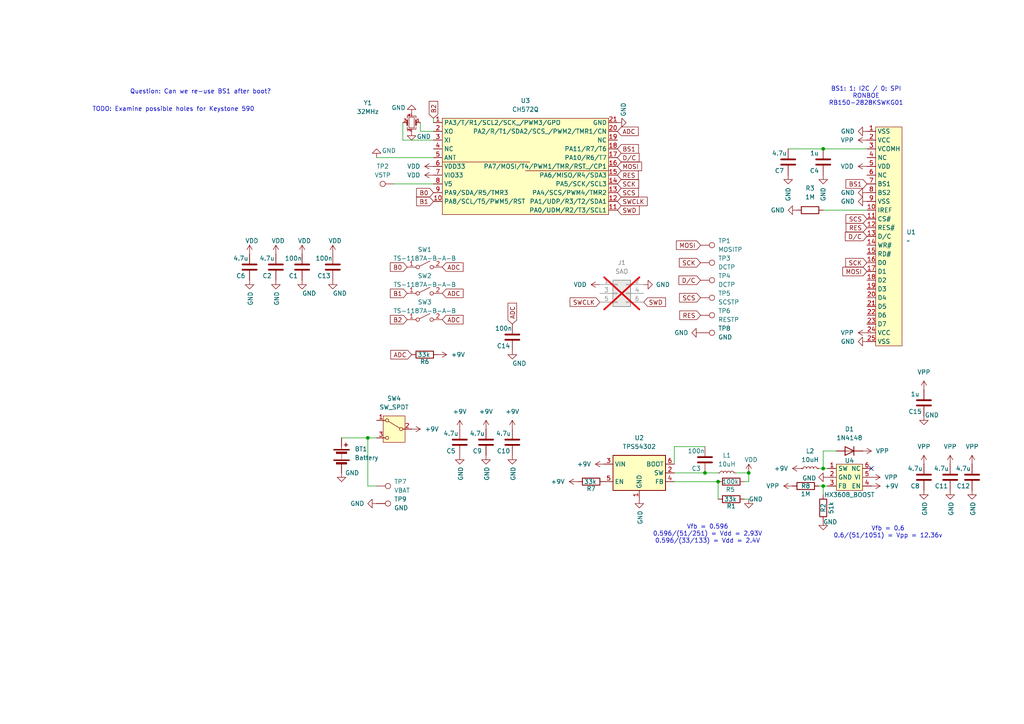
<source format=kicad_sch>
(kicad_sch (version 20250114) (generator "eeschema") (generator_version "9.0")
  (paper "A4")
  (lib_symbols
    (symbol "Connector:TestPoint" (pin_numbers (hide yes)) (pin_names (offset 0.762) (hide yes))
      (property "Reference" "TP" (at 0 6.858 0))
      (property "Value" "TestPoint" (at 0 5.08 0))
      (symbol "TestPoint_0_1"
        (circle (center 0 3.302) (radius 0.762))
      )
      (symbol "TestPoint_1_1"
        (pin passive line (at 0 0 90) (length 2.54) (name "1") (number "1"))
      )
    )
    (symbol "Connector_Generic:Conn_02x03_Odd_Even" (pin_names (offset 1.016) (hide yes))
      (property "Reference" "J" (at 1.27 5.08 0))
      (property "Value" "Conn_02x03_Odd_Even" (at 1.27 -5.08 0))
      (symbol "Conn_02x03_Odd_Even_1_1"
        (rectangle (start -1.27 3.81) (end 3.81 -3.81) (stroke (width 0.254)) (fill (type background)))
        (rectangle (start -1.27 2.667) (end 0 2.413) (stroke (width 0.1524)))
        (rectangle (start -1.27 0.127) (end 0 -0.127) (stroke (width 0.1524)))
        (rectangle (start -1.27 -2.413) (end 0 -2.667) (stroke (width 0.1524)))
        (rectangle (start 3.81 2.667) (end 2.54 2.413) (stroke (width 0.1524)))
        (rectangle (start 3.81 0.127) (end 2.54 -0.127) (stroke (width 0.1524)))
        (rectangle (start 3.81 -2.413) (end 2.54 -2.667) (stroke (width 0.1524)))
        (pin passive line (at -5.08 2.54 0) (length 3.81) (name "Pin_1") (number "1"))
        (pin passive line (at -5.08 0 0) (length 3.81) (name "Pin_3") (number "3"))
        (pin passive line (at -5.08 -2.54 0) (length 3.81) (name "Pin_5") (number "5"))
        (pin passive line (at 7.62 2.54 180) (length 3.81) (name "Pin_2") (number "2"))
        (pin passive line (at 7.62 0 180) (length 3.81) (name "Pin_4") (number "4"))
        (pin passive line (at 7.62 -2.54 180) (length 3.81) (name "Pin_6") (number "6"))
      )
    )
    (symbol "Device:Battery" (pin_numbers (hide yes)) (pin_names (offset 0) (hide yes))
      (property "Reference" "BT" (at 2.54 2.54 0))
      (property "Value" "Battery" (at 2.54 0 0))
      (symbol "Battery_0_1"
        (rectangle (start -2.286 1.778) (end 2.286 1.524) (fill (type outline)))
        (rectangle (start -2.286 -1.27) (end 2.286 -1.524) (fill (type outline)))
        (rectangle (start -1.524 1.016) (end 1.524 0.508) (fill (type outline)))
        (rectangle (start -1.524 -2.032) (end 1.524 -2.54) (fill (type outline)))
        (polyline (pts (xy 0 1.778) (xy 0 2.54)))
        (polyline (pts (xy 0 0) (xy 0 0.254)))
        (polyline (pts (xy 0 -0.508) (xy 0 -0.254)))
        (polyline (pts (xy 0 -1.016) (xy 0 -0.762)))
        (polyline (pts (xy 0.762 3.048) (xy 1.778 3.048)) (stroke (width 0.254)))
        (polyline (pts (xy 1.27 3.556) (xy 1.27 2.54)) (stroke (width 0.254)))
      )
      (symbol "Battery_1_1"
        (pin passive line (at 0 5.08 270) (length 2.54) (name "+") (number "1"))
        (pin passive line (at 0 -5.08 90) (length 2.54) (name "-") (number "2"))
      )
    )
    (symbol "Device:C" (pin_numbers (hide yes)) (pin_names (offset 0.254))
      (property "Reference" "C" (at 0.635 2.54 0))
      (property "Value" "C" (at 0.635 -2.54 0))
      (symbol "C_0_1"
        (polyline (pts (xy -2.032 0.762) (xy 2.032 0.762)) (stroke (width 0.508)))
        (polyline (pts (xy -2.032 -0.762) (xy 2.032 -0.762)) (stroke (width 0.508)))
      )
      (symbol "C_1_1"
        (pin passive line (at 0 3.81 270) (length 2.794) (name "~") (number "1"))
        (pin passive line (at 0 -3.81 90) (length 2.794) (name "~") (number "2"))
      )
    )
    (symbol "Device:Crystal_GND24_Small" (pin_names (offset 1.016) (hide yes))
      (property "Reference" "Y" (at 1.27 4.445 0))
      (property "Value" "Crystal_GND24_Small" (at 1.27 2.54 0))
      (symbol "Crystal_GND24_Small_0_1"
        (polyline (pts (xy -1.27 1.27) (xy -1.27 1.905) (xy 1.27 1.905) (xy 1.27 1.27)))
        (polyline (pts (xy -1.27 -0.762) (xy -1.27 0.762)) (stroke (width 0.381)))
        (polyline (pts (xy -1.27 -1.27) (xy -1.27 -1.905) (xy 1.27 -1.905) (xy 1.27 -1.27)))
        (rectangle (start -0.762 -1.524) (end 0.762 1.524))
        (polyline (pts (xy 1.27 -0.762) (xy 1.27 0.762)) (stroke (width 0.381)))
      )
      (symbol "Crystal_GND24_Small_1_1"
        (pin passive line (at -2.54 0 0) (length 1.27) (name "1") (number "1"))
        (pin passive line (at 0 2.54 270) (length 0.635) (name "4") (number "4"))
        (pin passive line (at 0 -2.54 90) (length 0.635) (name "2") (number "2"))
        (pin passive line (at 2.54 0 180) (length 1.27) (name "3") (number "3"))
      )
    )
    (symbol "Device:L_Small" (pin_numbers (hide yes)) (pin_names (offset 0.254) (hide yes))
      (property "Reference" "L" (at 0.762 1.016 0))
      (property "Value" "L_Small" (at 0.762 -1.016 0))
      (symbol "L_Small_0_1"
        (arc (start 0 2.032) (mid 0.5058 1.524) (end 0 1.016))
        (arc (start 0 1.016) (mid 0.5058 0.508) (end 0 0))
        (arc (start 0 0) (mid 0.5058 -0.508) (end 0 -1.016))
        (arc (start 0 -1.016) (mid 0.5058 -1.524) (end 0 -2.032))
      )
      (symbol "L_Small_1_1"
        (pin passive line (at 0 2.54 270) (length 0.508) (name "~") (number "1"))
        (pin passive line (at 0 -2.54 90) (length 0.508) (name "~") (number "2"))
      )
    )
    (symbol "Device:R" (pin_numbers (hide yes)) (pin_names (offset 0))
      (property "Reference" "R" (at 2.032 0 90))
      (property "Value" "R" (at 0 0 90))
      (symbol "R_0_1"
        (rectangle (start -1.016 -2.54) (end 1.016 2.54) (stroke (width 0.254)))
      )
      (symbol "R_1_1"
        (pin passive line (at 0 3.81 270) (length 1.27) (name "~") (number "1"))
        (pin passive line (at 0 -3.81 90) (length 1.27) (name "~") (number "2"))
      )
    )
    (symbol "Diode:1N4148" (pin_numbers (hide yes)) (pin_names (hide yes))
      (property "Reference" "D" (at 0 2.54 0))
      (property "Value" "1N4148" (at 0 -2.54 0))
      (symbol "1N4148_0_1"
        (polyline (pts (xy -1.27 1.27) (xy -1.27 -1.27)) (stroke (width 0.254)))
        (polyline (pts (xy 1.27 1.27) (xy 1.27 -1.27) (xy -1.27 0) (xy 1.27 1.27)) (stroke (width 0.254)))
        (polyline (pts (xy 1.27 0) (xy -1.27 0)))
      )
      (symbol "1N4148_1_1"
        (pin passive line (at -3.81 0 0) (length 2.54) (name "K") (number "1"))
        (pin passive line (at 3.81 0 180) (length 2.54) (name "A") (number "2"))
      )
    )
    (symbol "Regulator_Switching:TPS54302"
      (property "Reference" "U" (at -7.62 6.35 0))
      (property "Value" "TPS54302" (at 0 6.35 0))
      (symbol "TPS54302_0_1"
        (rectangle (start -7.62 5.08) (end 7.62 -5.08) (stroke (width 0.254)) (fill (type background)))
      )
      (symbol "TPS54302_1_1"
        (pin power_in line (at -10.16 2.54 0) (length 2.54) (name "VIN") (number "3"))
        (pin input line (at -10.16 -2.54 0) (length 2.54) (name "EN") (number "5"))
        (pin power_in line (at 0 -7.62 90) (length 2.54) (name "GND") (number "1"))
        (pin passive line (at 10.16 2.54 180) (length 2.54) (name "BOOT") (number "6"))
        (pin power_out line (at 10.16 0 180) (length 2.54) (name "SW") (number "2"))
        (pin input line (at 10.16 -2.54 180) (length 2.54) (name "FB") (number "4"))
      )
    )
    (symbol "Switch:SW_SPDT" (pin_names (offset 0) (hide yes))
      (property "Reference" "SW" (at 0 5.08 0))
      (property "Value" "SW_SPDT" (at 0 -5.08 0))
      (symbol "SW_SPDT_0_1"
        (circle (center -2.032 0) (radius 0.4572))
        (polyline (pts (xy -1.651 0.254) (xy 1.651 2.286)))
        (circle (center 2.032 2.54) (radius 0.4572))
        (circle (center 2.032 -2.54) (radius 0.4572))
      )
      (symbol "SW_SPDT_1_1"
        (rectangle (start -3.175 3.81) (end 3.175 -3.81) (fill (type background)))
        (pin passive line (at -5.08 0 0) (length 2.54) (name "B") (number "2"))
        (pin passive line (at 5.08 2.54 180) (length 2.54) (name "A") (number "1"))
        (pin passive line (at 5.08 -2.54 180) (length 2.54) (name "C") (number "3"))
      )
    )
    (symbol "Switch:SW_SPST" (pin_names (offset 0) (hide yes))
      (property "Reference" "SW" (at 0 3.175 0))
      (property "Value" "SW_SPST" (at 0 -2.54 0))
      (symbol "SW_SPST_0_0"
        (circle (center -2.032 0) (radius 0.508))
        (polyline (pts (xy -1.524 0.254) (xy 1.524 1.778)))
        (circle (center 2.032 0) (radius 0.508))
      )
      (symbol "SW_SPST_1_1"
        (pin passive line (at -5.08 0 0) (length 2.54) (name "A") (number "1"))
        (pin passive line (at 5.08 0 180) (length 2.54) (name "B") (number "2"))
      )
    )
    (symbol "cnhardware:CH570D"
      (property "Reference" "U" (at -2.286 -0.508 0))
      (property "Value" "CH570D" (at -4.318 -4.572 0))
      (symbol "CH570D_0_1"
        (rectangle (start -24.13 -1.27) (end 1.27 -1.27))
        (rectangle (start 24.13 -3.81) (end 0 -3.81))
      )
      (symbol "CH570D_1_1"
        (rectangle (start -24.13 11.43) (end 24.13 -16.51) (fill (type background)))
        (pin bidirectional line (at -26.67 10.16 0) (length 2.54) (name "PA3/T/R1/SCL2/SCK_/PWM3/GPO") (number "1"))
        (pin bidirectional line (at -26.67 7.62 0) (length 2.54) (name "XO") (number "2"))
        (pin bidirectional line (at -26.67 5.08 0) (length 2.54) (name "XI") (number "3"))
        (pin bidirectional line (at -26.67 2.54 0) (length 2.54) (name "NC") (number "4"))
        (pin bidirectional line (at -26.67 0 0) (length 2.54) (name "ANT") (number "5"))
        (pin bidirectional line (at -26.67 -2.54 0) (length 2.54) (name "VDD33") (number "6"))
        (pin bidirectional line (at -26.67 -5.08 0) (length 2.54) (name "VIO33") (number "7"))
        (pin bidirectional line (at -26.67 -7.62 0) (length 2.54) (name "V5") (number "8"))
        (pin bidirectional line (at -26.67 -10.16 0) (length 2.54) (name "PA9/SDA/R5/TMR3") (number "9"))
        (pin bidirectional line (at -26.67 -12.7 0) (length 2.54) (name "PA8/SCL/T5/PWM5/RST") (number "10"))
        (pin bidirectional line (at 26.67 10.16 180) (length 2.54) (name "GND") (number "21"))
        (pin bidirectional line (at 26.67 7.62 180) (length 2.54) (name "PA2/R/T1/SDA2/SCS_/PWM2/TMR1/CN") (number "20"))
        (pin bidirectional line (at 26.67 5.08 180) (length 2.54) (name "NC") (number "19"))
        (pin bidirectional line (at 26.67 2.54 180) (length 2.54) (name "PA11/R7/T6") (number "18"))
        (pin bidirectional line (at 26.67 0 180) (length 2.54) (name "PA10/R6/T7") (number "17"))
        (pin bidirectional line (at 26.67 -2.54 180) (length 2.54) (name "PA7/MOSI/T4/PWM1/TMR/RST_/CP1") (number "16"))
        (pin bidirectional line (at 26.67 -5.08 180) (length 2.54) (name "PA6/MISO/R4/SDA3") (number "15"))
        (pin bidirectional line (at 26.67 -7.62 180) (length 2.54) (name "PA5/SCK/SCL3") (number "14"))
        (pin bidirectional line (at 26.67 -10.16 180) (length 2.54) (name "PA4/SCS/PWM4/TMR2") (number "13"))
        (pin bidirectional line (at 26.67 -12.7 180) (length 2.54) (name "PA1/UDP/R3/T2/SDA1") (number "12"))
        (pin bidirectional line (at 26.67 -15.24 180) (length 2.54) (name "PA0/UDM/R2/T3/SCL1") (number "11"))
      )
    )
    (symbol "cnhardware:HX3608_BOOST"
      (property "Reference" "U" (at 0 -5.334 0))
      (property "Value" "HX3608_BOOST" (at 0 6.096 0))
      (symbol "HX3608_BOOST_1_1"
        (rectangle (start -3.81 3.81) (end 3.81 -3.81) (fill (type background)))
        (pin bidirectional line (at -6.35 2.54 0) (length 2.54) (name "SW") (number "1"))
        (pin bidirectional line (at -6.35 0 0) (length 2.54) (name "GND") (number "2"))
        (pin bidirectional line (at -6.35 -2.54 0) (length 2.54) (name "FB") (number "3"))
        (pin bidirectional line (at 6.35 2.54 180) (length 2.54) (name "NC") (number "6"))
        (pin bidirectional line (at 6.35 0 180) (length 2.54) (name "VI") (number "5"))
        (pin bidirectional line (at 6.35 -2.54 180) (length 2.54) (name "EN") (number "4"))
      )
    )
    (symbol "cnhardware:RB150-2828KSWKG01"
      (property "Reference" "U" (at -4.318 32.258 0))
      (symbol "RB150-2828KSWKG01_1_1"
        (rectangle (start -2.54 30.48) (end 5.08 -33.02) (fill (type background)))
        (pin bidirectional line (at -5.08 29.21 0) (length 2.54) (name "VSS") (number "1"))
        (pin bidirectional line (at -5.08 26.67 0) (length 2.54) (name "VCC") (number "2"))
        (pin bidirectional line (at -5.08 24.13 0) (length 2.54) (name "VCOMH") (number "3"))
        (pin bidirectional line (at -5.08 21.59 0) (length 2.54) (name "NC") (number "4"))
        (pin bidirectional line (at -5.08 19.05 0) (length 2.54) (name "VDD") (number "5"))
        (pin bidirectional line (at -5.08 16.51 0) (length 2.54) (name "NC") (number "6"))
        (pin bidirectional line (at -5.08 13.97 0) (length 2.54) (name "BS1") (number "7"))
        (pin bidirectional line (at -5.08 11.43 0) (length 2.54) (name "BS2") (number "8"))
        (pin bidirectional line (at -5.08 8.89 0) (length 2.54) (name "VSS") (number "9"))
        (pin bidirectional line (at -5.08 6.35 0) (length 2.54) (name "IREF") (number "10"))
        (pin bidirectional line (at -5.08 3.81 0) (length 2.54) (name "CS#") (number "11"))
        (pin bidirectional line (at -5.08 1.27 0) (length 2.54) (name "RES#") (number "12"))
        (pin bidirectional line (at -5.08 -1.27 0) (length 2.54) (name "D/C") (number "13"))
        (pin bidirectional line (at -5.08 -3.81 0) (length 2.54) (name "WR#") (number "14"))
        (pin bidirectional line (at -5.08 -6.35 0) (length 2.54) (name "RD#") (number "15"))
        (pin bidirectional line (at -5.08 -8.89 0) (length 2.54) (name "D0") (number "16"))
        (pin bidirectional line (at -5.08 -11.43 0) (length 2.54) (name "D1") (number "17"))
        (pin bidirectional line (at -5.08 -13.97 0) (length 2.54) (name "D2") (number "18"))
        (pin bidirectional line (at -5.08 -16.51 0) (length 2.54) (name "D3") (number "19"))
        (pin bidirectional line (at -5.08 -19.05 0) (length 2.54) (name "D4") (number "20"))
        (pin bidirectional line (at -5.08 -21.59 0) (length 2.54) (name "D5") (number "21"))
        (pin bidirectional line (at -5.08 -24.13 0) (length 2.54) (name "D6") (number "22"))
        (pin bidirectional line (at -5.08 -26.67 0) (length 2.54) (name "D7") (number "23"))
        (pin bidirectional line (at -5.08 -29.21 0) (length 2.54) (name "VCC") (number "24"))
        (pin bidirectional line (at -5.08 -31.75 0) (length 2.54) (name "VSS") (number "25"))
      )
    )
    (symbol "power:+9V" (power) (pin_numbers (hide yes)) (pin_names (offset 0) (hide yes))
      (property "Value" "+9V" (at 0 3.556 0))
      (symbol "+9V_0_1"
        (polyline (pts (xy -0.762 1.27) (xy 0 2.54)))
        (polyline (pts (xy 0 2.54) (xy 0.762 1.27)))
        (polyline (pts (xy 0 0) (xy 0 2.54)))
      )
      (symbol "+9V_1_1"
        (pin power_in line (at 0 0 90) (length 0) (name "~") (number "1"))
      )
    )
    (symbol "power:GND" (power) (pin_names (offset 0))
      (property "Value" "GND" (at 0 -3.81 0))
      (symbol "GND_0_1"
        (polyline (pts (xy 0 0) (xy 0 -1.27) (xy 1.27 -1.27) (xy 0 -2.54) (xy -1.27 -1.27) (xy 0 -1.27)))
      )
      (symbol "GND_1_1"
        (pin power_in line (at 0 0 270) (length 0) (hide yes) (name "GND") (number "1"))
      )
    )
    (symbol "power:VDD" (power) (pin_names (offset 0))
      (property "Value" "VDD" (at 0 3.81 0))
      (symbol "VDD_0_1"
        (polyline (pts (xy -0.762 1.27) (xy 0 2.54)))
        (polyline (pts (xy 0 2.54) (xy 0.762 1.27)))
        (polyline (pts (xy 0 0) (xy 0 2.54)))
      )
      (symbol "VDD_1_1"
        (pin power_in line (at 0 0 90) (length 0) (hide yes) (name "VDD") (number "1"))
      )
    )
    (symbol "power:VPP" (power) (pin_numbers (hide yes)) (pin_names (offset 0) (hide yes))
      (property "Value" "VPP" (at 0 3.556 0))
      (symbol "VPP_0_1"
        (polyline (pts (xy -0.762 1.27) (xy 0 2.54)))
        (polyline (pts (xy 0 2.54) (xy 0.762 1.27)))
        (polyline (pts (xy 0 0) (xy 0 2.54)))
      )
      (symbol "VPP_1_1"
        (pin power_in line (at 0 0 90) (length 0) (name "~") (number "1"))
      )
    )
  )
  (text "TODO: Examine possible holes for Keystone 590" (at 50.292 31.75 0) (effects (font (size 1.27 1.27))))
  (text "Question: Can we re-use BS1 after boot?" (at 58.166 26.67 0) (effects (font (size 1.27 1.27))))
  (text "Vfb = 0.596\n0.596/(51/251) = Vdd = 2.93V\n0.596/(33/133) = Vdd = 2.4V" (at 205.232 154.94 0) (effects (font (size 1.27 1.27))))
  (text "Vfb = 0.6\n0.6/(51/1051) = Vpp = 12.36v" (at 257.556 154.432 0) (effects (font (size 1.27 1.27))))
  (text "BS1: 1: I2C / 0: SPI\nRONBOE\nRB150-2828KSWKG01" (at 251.206 27.94 0) (effects (font (size 1.27 1.27))))
  (junction (at 217.17 137.16))
  (junction (at 238.76 135.89))
  (junction (at 238.76 43.18))
  (junction (at 238.76 140.97))
  (junction (at 204.47 137.16))
  (junction (at 106.68 127))
  (junction (at 208.28 139.7))
  (no_connect (at 252.73 135.89))
  (wire (pts (xy 208.28 139.7) (xy 208.28 144.78)))
  (wire (pts (xy 237.49 135.89) (xy 238.76 135.89)))
  (wire (pts (xy 238.76 135.89) (xy 240.03 135.89)))
  (wire (pts (xy 106.68 140.97) (xy 106.68 127)))
  (wire (pts (xy 237.49 140.97) (xy 238.76 140.97)))
  (wire (pts (xy 238.76 130.81) (xy 238.76 135.89)))
  (wire (pts (xy 125.73 34.29) (xy 125.73 35.56)))
  (wire (pts (xy 109.22 140.97) (xy 106.68 140.97)))
  (wire (pts (xy 114.3 53.34) (xy 125.73 53.34)))
  (wire (pts (xy 121.92 35.56) (xy 121.92 38.1)))
  (wire (pts (xy 116.84 40.64) (xy 116.84 35.56)))
  (wire (pts (xy 213.36 137.16) (xy 217.17 137.16)))
  (wire (pts (xy 125.73 40.64) (xy 116.84 40.64)))
  (wire (pts (xy 109.22 45.72) (xy 125.73 45.72)))
  (wire (pts (xy 99.06 127) (xy 106.68 127)))
  (wire (pts (xy 238.76 143.51) (xy 238.76 140.97)))
  (wire (pts (xy 121.92 38.1) (xy 125.73 38.1)))
  (wire (pts (xy 195.58 139.7) (xy 208.28 139.7)))
  (wire (pts (xy 106.68 127) (xy 109.22 127)))
  (wire (pts (xy 228.6 43.18) (xy 238.76 43.18)))
  (wire (pts (xy 195.58 137.16) (xy 204.47 137.16)))
  (wire (pts (xy 238.76 140.97) (xy 240.03 140.97)))
  (wire (pts (xy 215.9 139.7) (xy 217.17 139.7)))
  (wire (pts (xy 217.17 137.16) (xy 217.17 139.7)))
  (wire (pts (xy 217.17 144.78) (xy 215.9 144.78)))
  (wire (pts (xy 195.58 129.54) (xy 204.47 129.54)))
  (wire (pts (xy 238.76 60.96) (xy 251.46 60.96)))
  (wire (pts (xy 204.47 137.16) (xy 208.28 137.16)))
  (wire (pts (xy 242.57 130.81) (xy 238.76 130.81)))
  (wire (pts (xy 238.76 43.18) (xy 251.46 43.18)))
  (wire (pts (xy 195.58 134.62) (xy 195.58 129.54)))
  (global_label "MOSI" (shape input) (at 251.46 78.74 180) (property "Intersheetrefs" "${INTERSHEET_REFS}" (effects (hide yes))))
  (global_label "SWCLK" (shape input) (at 179.07 58.42 0) (property "Intersheetrefs" "${INTERSHEET_REFS}" (effects (hide yes))))
  (global_label "RES" (shape input) (at 251.46 66.04 180) (property "Intersheetrefs" "${INTERSHEET_REFS}" (effects (hide yes))))
  (global_label "ADC" (shape input) (at 128.27 77.47 0) (property "Intersheetrefs" "${INTERSHEET_REFS}" (effects (hide yes))))
  (global_label "BS1" (shape input) (at 179.07 43.18 0) (property "Intersheetrefs" "${INTERSHEET_REFS}" (effects (hide yes))))
  (global_label "ADC" (shape input) (at 119.38 102.87 180) (property "Intersheetrefs" "${INTERSHEET_REFS}" (effects (hide yes))))
  (global_label "B2" (shape input) (at 125.73 34.29 90) (property "Intersheetrefs" "${INTERSHEET_REFS}" (effects (hide yes))))
  (global_label "ADC" (shape input) (at 148.59 93.98 90) (property "Intersheetrefs" "${INTERSHEET_REFS}" (effects (hide yes))))
  (global_label "SCK" (shape input) (at 203.2 76.2 180) (property "Intersheetrefs" "${INTERSHEET_REFS}" (effects (hide yes))))
  (global_label "ADC" (shape input) (at 128.27 85.09 0) (property "Intersheetrefs" "${INTERSHEET_REFS}" (effects (hide yes))))
  (global_label "SCS" (shape input) (at 251.46 63.5 180) (property "Intersheetrefs" "${INTERSHEET_REFS}" (effects (hide yes))))
  (global_label "B2" (shape input) (at 118.11 92.71 180) (property "Intersheetrefs" "${INTERSHEET_REFS}" (effects (hide yes))))
  (global_label "SCS" (shape input) (at 203.2 86.36 180) (property "Intersheetrefs" "${INTERSHEET_REFS}" (effects (hide yes))))
  (global_label "B0" (shape input) (at 118.11 77.47 180) (property "Intersheetrefs" "${INTERSHEET_REFS}" (effects (hide yes))))
  (global_label "RES" (shape input) (at 203.2 91.44 180) (property "Intersheetrefs" "${INTERSHEET_REFS}" (effects (hide yes))))
  (global_label "SWD" (shape input) (at 179.07 60.96 0) (property "Intersheetrefs" "${INTERSHEET_REFS}" (effects (hide yes))))
  (global_label "MOSI" (shape input) (at 179.07 48.26 0) (property "Intersheetrefs" "${INTERSHEET_REFS}" (effects (hide yes))))
  (global_label "B0" (shape input) (at 125.73 55.88 180) (property "Intersheetrefs" "${INTERSHEET_REFS}" (effects (hide yes))))
  (global_label "D{slash}C" (shape input) (at 251.46 68.58 180) (property "Intersheetrefs" "${INTERSHEET_REFS}" (effects (hide yes))))
  (global_label "SWD" (shape input) (at 186.69 87.63 0) (property "Intersheetrefs" "${INTERSHEET_REFS}" (effects (hide yes))))
  (global_label "D{slash}C" (shape input) (at 203.2 81.28 180) (property "Intersheetrefs" "${INTERSHEET_REFS}" (effects (hide yes))))
  (global_label "SWCLK" (shape input) (at 173.99 87.63 180) (property "Intersheetrefs" "${INTERSHEET_REFS}" (effects (hide yes))))
  (global_label "SCK" (shape input) (at 179.07 53.34 0) (property "Intersheetrefs" "${INTERSHEET_REFS}" (effects (hide yes))))
  (global_label "RES" (shape input) (at 179.07 50.8 0) (property "Intersheetrefs" "${INTERSHEET_REFS}" (effects (hide yes))))
  (global_label "SCK" (shape input) (at 251.46 76.2 180) (property "Intersheetrefs" "${INTERSHEET_REFS}" (effects (hide yes))))
  (global_label "ADC" (shape input) (at 128.27 92.71 0) (property "Intersheetrefs" "${INTERSHEET_REFS}" (effects (hide yes))))
  (global_label "BS1" (shape input) (at 251.46 53.34 180) (property "Intersheetrefs" "${INTERSHEET_REFS}" (effects (hide yes))))
  (global_label "ADC" (shape input) (at 179.07 38.1 0) (property "Intersheetrefs" "${INTERSHEET_REFS}" (effects (hide yes))))
  (global_label "SCS" (shape input) (at 179.07 55.88 0) (property "Intersheetrefs" "${INTERSHEET_REFS}" (effects (hide yes))))
  (global_label "MOSI" (shape input) (at 203.2 71.12 180) (property "Intersheetrefs" "${INTERSHEET_REFS}" (effects (hide yes))))
  (global_label "B1" (shape input) (at 125.73 58.42 180) (property "Intersheetrefs" "${INTERSHEET_REFS}" (effects (hide yes))))
  (global_label "D{slash}C" (shape input) (at 179.07 45.72 0) (property "Intersheetrefs" "${INTERSHEET_REFS}" (effects (hide yes))))
  (global_label "B1" (shape input) (at 118.11 85.09 180) (property "Intersheetrefs" "${INTERSHEET_REFS}" (effects (hide yes))))
  (symbol (lib_id "power:VDD") (at 87.63 73.66 0) (unit 1)
    (property "Reference" "#PWR04" (effects (hide yes)))
    (property "Value" "VDD" (at 86.36 69.85 0) (effects (justify left)))
  )
  (symbol (lib_id "Switch:SW_SPST") (at 123.19 85.09 0) (unit 1)
    (property "Reference" "SW2" (at 123.19 80.01 0))
    (property "Value" "TS-1187A-B-A-B" (at 123.19 82.55 0))
    (property "Footprint" "cnhardware:BTC007_Button_Silicone" (effects (hide yes)))
  )
  (symbol (lib_id "power:+9V") (at 167.64 139.7 90) (unit 1)
    (property "Reference" "#PWR029" (effects (hide yes)))
    (property "Value" "+9V" (at 163.83 139.6999 90) (effects (justify left)))
    (property "Description" "Power symbol creates a global label with name \"+9V\"" (effects (hide yes)))
  )
  (symbol (lib_id "power:VDD") (at 80.01 73.66 0) (unit 1)
    (property "Reference" "#PWR051" (effects (hide yes)))
    (property "Value" "VDD" (at 78.74 69.85 0) (effects (justify left)))
  )
  (symbol (lib_id "Device:C") (at 133.35 128.27 0) (unit 1)
    (property "Reference" "C5" (at 130.81 130.81 0))
    (property "Value" "4.7u" (at 130.81 125.73 0))
    (property "Footprint" "Capacitor_SMD:C_1206_3216Metric" (effects (hide yes)))
    (property "LCSC" "C29823" (effects (hide yes)))
  )
  (symbol (lib_id "Connector:TestPoint") (at 109.22 146.05 270) (unit 1) (in_bom no)
    (property "Reference" "TP9" (at 114.3 144.7799 90) (effects (justify left)))
    (property "Value" "GND" (at 114.3 147.3199 90) (effects (justify left)))
    (property "Footprint" "TestPoint:TestPoint_Pad_D1.0mm" (effects (hide yes)))
    (property "Description" "test point" (effects (hide yes)))
  )
  (symbol (lib_id "Device:C") (at 267.97 138.43 0) (unit 1)
    (property "Reference" "C8" (at 265.43 140.97 0))
    (property "Value" "4.7u" (at 265.43 135.89 0))
    (property "Footprint" "Capacitor_SMD:C_1206_3216Metric" (effects (hide yes)))
    (property "LCSC" "C29823" (effects (hide yes)))
  )
  (symbol (lib_id "Connector:TestPoint") (at 203.2 76.2 270) (unit 1) (in_bom no)
    (property "Reference" "TP3" (at 208.28 74.9299 90) (effects (justify left)))
    (property "Value" "DCTP" (at 208.28 77.4699 90) (effects (justify left)))
    (property "Footprint" "TestPoint:TestPoint_Pad_D1.0mm" (effects (hide yes)))
    (property "Description" "test point" (effects (hide yes)))
  )
  (symbol (lib_id "power:GND") (at 231.14 60.96 270) (unit 1)
    (property "Reference" "#PWR015" (effects (hide yes)))
    (property "Value" "GND" (at 223.52 60.96 90) (effects (justify left)))
  )
  (symbol (lib_id "power:GND") (at 238.76 151.13 0) (unit 1)
    (property "Reference" "#PWR050" (effects (hide yes)))
    (property "Value" "GND" (at 238.76 151.384 0) (effects (justify left)))
  )
  (symbol (lib_id "power:VPP") (at 229.87 140.97 90) (unit 1)
    (property "Reference" "#PWR049" (effects (hide yes)))
    (property "Value" "VPP" (at 226.06 140.9699 90) (effects (justify left)))
    (property "Description" "Power symbol creates a global label with name \"VPP\"" (effects (hide yes)))
  )
  (symbol (lib_id "power:+9V") (at 175.26 134.62 90) (unit 1)
    (property "Reference" "#PWR028" (effects (hide yes)))
    (property "Value" "+9V" (at 171.45 134.6199 90) (effects (justify left)))
    (property "Description" "Power symbol creates a global label with name \"+9V\"" (effects (hide yes)))
  )
  (symbol (lib_id "Device:C") (at 80.01 77.47 0) (unit 1)
    (property "Reference" "C2" (at 77.47 80.01 0))
    (property "Value" "4.7u" (at 77.47 74.93 0))
    (property "Footprint" "Capacitor_SMD:C_1206_3216Metric" (effects (hide yes)))
    (property "LCSC" "C29823" (effects (hide yes)))
  )
  (symbol (lib_id "Diode:1N4148") (at 246.38 130.81 180) (unit 1)
    (property "Reference" "D1" (at 246.38 124.46 0))
    (property "Value" "1N4148" (at 246.38 127 0))
    (property "Footprint" "Diode_SMD:D_SOD-323" (effects (hide yes)))
    (property "Datasheet" "https://assets.nexperia.com/documents/data-sheet/1N4148_1N4448.pdf" (effects (hide yes)))
    (property "Description" "100V 0.15A standard switching diode, DO-35" (effects (hide yes)))
    (property "Sim.Device" "D" (effects (hide yes)))
    (property "Sim.Pins" "1=K 2=A" (effects (hide yes)))
    (property "LCSC" "C2128" (effects (hide yes)))
  )
  (symbol (lib_id "power:+9V") (at 252.73 140.97 270) (unit 1)
    (property "Reference" "#PWR043" (effects (hide yes)))
    (property "Value" "+9V" (at 256.54 140.9699 90) (effects (justify left)))
    (property "Description" "Power symbol creates a global label with name \"+9V\"" (effects (hide yes)))
  )
  (symbol (lib_id "Connector_Generic:Conn_02x03_Odd_Even") (at 179.07 85.09 0) (unit 1) (in_bom no) (dnp yes)
    (property "Reference" "J1" (at 180.34 76.2 0))
    (property "Value" "SAO" (at 180.34 78.74 0))
    (property "Footprint" "Connector_PinHeader_2.54mm:PinHeader_2x03_P2.54mm_Vertical_SMD" (effects (hide yes)))
    (property "Description" "Generic connector, double row, 02x03, odd/even pin numbering scheme (row 1 odd numbers, row 2 even numbers), script generated (kicad-library-utils/schlib/autogen/connector/)" (effects (hide yes)))
  )
  (symbol (lib_id "Regulator_Switching:TPS54302") (at 185.42 137.16 0) (unit 1)
    (property "Reference" "U2" (at 185.42 127 0))
    (property "Value" "TPS54302" (at 185.42 129.54 0))
    (property "Footprint" "Package_TO_SOT_SMD:SOT-23-6" (effects (hide yes)))
    (property "Datasheet" "http://www.ti.com/lit/ds/symlink/tps54302.pdf" (effects (hide yes)))
    (property "Description" "3A, 4.5 to 28V Input, EMI Friendly integrated switch synchronous step-down regulator, pulse-skipping, SOT-23-6" (effects (hide yes)))
    (property "LCSC" "C311983" (effects (hide yes)))
  )
  (symbol (lib_id "Device:R") (at 171.45 139.7 270) (unit 1)
    (property "Reference" "R7" (at 171.45 141.732 90))
    (property "Value" "33k" (at 171.196 139.7 90))
    (property "Footprint" "cnhardware:R_0402_1005Metric_COMPACT" (effects (hide yes)))
    (property "Description" "Resistor" (effects (hide yes)))
    (property "LCSC" "C25779" (effects (hide yes)))
  )
  (symbol (lib_id "Device:R") (at 123.19 102.87 270) (unit 1)
    (property "Reference" "R6" (at 123.19 104.902 90))
    (property "Value" "33k" (at 122.936 102.87 90))
    (property "Footprint" "cnhardware:R_0402_1005Metric_COMPACT" (effects (hide yes)))
    (property "Description" "Resistor" (effects (hide yes)))
    (property "LCSC" "C25779" (effects (hide yes)))
  )
  (symbol (lib_id "power:GND") (at 251.46 58.42 270) (unit 1)
    (property "Reference" "#PWR014" (effects (hide yes)))
    (property "Value" "GND" (at 243.84 58.42 90) (effects (justify left)))
  )
  (symbol (lib_id "Device:C") (at 87.63 77.47 0) (unit 1)
    (property "Reference" "C1" (at 85.09 80.01 0))
    (property "Value" "100n" (at 85.09 74.93 0))
    (property "Footprint" "Resistor_SMD:R_0402_1005Metric" (effects (hide yes)))
    (property "LCSC" "C307331" (effects (hide yes)))
  )
  (symbol (lib_id "Connector:TestPoint") (at 203.2 91.44 270) (unit 1) (in_bom no)
    (property "Reference" "TP6" (at 208.28 90.1699 90) (effects (justify left)))
    (property "Value" "RESTP" (at 208.28 92.7099 90) (effects (justify left)))
    (property "Footprint" "TestPoint:TestPoint_Pad_D1.0mm" (effects (hide yes)))
    (property "Description" "test point" (effects (hide yes)))
  )
  (symbol (lib_id "power:GND") (at 275.59 142.24 0) (unit 1)
    (property "Reference" "#PWR041" (effects (hide yes)))
    (property "Value" "GND" (at 275.844 149.606 90) (effects (justify left)))
  )
  (symbol (lib_id "Connector:TestPoint") (at 203.2 96.52 270) (unit 1) (in_bom no)
    (property "Reference" "TP8" (at 208.28 95.2499 90) (effects (justify left)))
    (property "Value" "GND" (at 208.28 97.7899 90) (effects (justify left)))
    (property "Footprint" "TestPoint:TestPoint_Pad_D1.0mm" (effects (hide yes)))
    (property "Description" "test point" (effects (hide yes)))
  )
  (symbol (lib_id "Device:Crystal_GND24_Small") (at 119.38 35.56 0) (mirror y) (unit 1)
    (property "Reference" "Y1" (at 106.68 29.8382 0))
    (property "Value" "32MHz" (at 106.68 32.3782 0))
    (property "Footprint" "Crystal:Crystal_SMD_2016-4Pin_2.0x1.6mm" (effects (hide yes)))
    (property "Description" "Four pin crystal, GND on pins 2 and 4, small symbol" (effects (hide yes)))
    (property "LCSC" "C7294697" (effects (hide yes)))
  )
  (symbol (lib_id "power:GND") (at 140.97 132.08 0) (unit 1)
    (property "Reference" "#PWR038" (effects (hide yes)))
    (property "Value" "GND" (at 141.224 139.446 90) (effects (justify left)))
  )
  (symbol (lib_id "cnhardware:RB150-2828KSWKG01") (at 256.54 67.31 0) (unit 1)
    (property "Reference" "U1" (at 262.89 67.3099 0) (effects (justify left)))
    (property "Value" "~" (at 262.89 69.8499 0) (effects (justify left)))
    (property "Footprint" "cnhardware:RB150-2828KSWKG01" (effects (hide yes)))
  )
  (symbol (lib_id "power:GND") (at 228.6 50.8 0) (unit 1)
    (property "Reference" "#PWR020" (effects (hide yes)))
    (property "Value" "GND" (at 228.6 58.42 90) (effects (justify left)))
  )
  (symbol (lib_id "power:GND") (at 109.22 45.72 0) (mirror x) (unit 1)
    (property "Reference" "#PWR012" (effects (hide yes)))
    (property "Value" "GND" (at 110.744 43.688 0) (effects (justify left)))
  )
  (symbol (lib_id "power:VDD") (at 125.73 50.8 90) (unit 1)
    (property "Reference" "#PWR023" (effects (hide yes)))
    (property "Value" "VDD" (at 121.92 50.7999 90) (effects (justify left)))
  )
  (symbol (lib_id "Connector:TestPoint") (at 109.22 140.97 270) (unit 1) (in_bom no)
    (property "Reference" "TP7" (at 114.3 139.6999 90) (effects (justify left)))
    (property "Value" "VBAT" (at 114.3 142.2399 90) (effects (justify left)))
    (property "Footprint" "TestPoint:TestPoint_Pad_D1.0mm" (effects (hide yes)))
    (property "Description" "test point" (effects (hide yes)))
  )
  (symbol (lib_id "Device:L_Small") (at 234.95 135.89 90) (unit 1)
    (property "Reference" "L2" (at 234.95 130.81 90))
    (property "Value" "10uH" (at 234.95 133.35 90))
    (property "Footprint" "Inductor_SMD:L_1008_2520Metric" (effects (hide yes)))
    (property "Description" "Inductor, small symbol" (effects (hide yes)))
    (property "LCSC" "C37428" (effects (hide yes)))
  )
  (symbol (lib_id "power:GND") (at 109.22 146.05 270) (unit 1)
    (property "Reference" "#PWR058" (effects (hide yes)))
    (property "Value" "GND" (at 101.6 146.05 90) (effects (justify left)))
  )
  (symbol (lib_id "power:+9V") (at 148.59 124.46 0) (unit 1)
    (property "Reference" "#PWR039" (effects (hide yes)))
    (property "Value" "+9V" (at 148.59 119.38 0))
    (property "Description" "Power symbol creates a global label with name \"+9V\"" (effects (hide yes)))
  )
  (symbol (lib_id "power:VDD") (at 251.46 48.26 90) (unit 1)
    (property "Reference" "#PWR018" (effects (hide yes)))
    (property "Value" "VDD" (at 247.65 48.2599 90) (effects (justify left)))
  )
  (symbol (lib_id "power:GND") (at 251.46 55.88 270) (unit 1)
    (property "Reference" "#PWR02" (effects (hide yes)))
    (property "Value" "GND" (at 243.84 55.88 90) (effects (justify left)))
  )
  (symbol (lib_id "power:GND") (at 251.46 99.06 270) (unit 1)
    (property "Reference" "#PWR016" (effects (hide yes)))
    (property "Value" "GND" (at 243.84 99.06 90) (effects (justify left)))
  )
  (symbol (lib_id "Connector:TestPoint") (at 114.3 53.34 90) (unit 1) (in_bom no)
    (property "Reference" "TP2" (at 110.998 48.26 90))
    (property "Value" "V5TP" (at 110.998 50.8 90))
    (property "Footprint" "TestPoint:TestPoint_Pad_D1.0mm" (effects (hide yes)))
    (property "Description" "test point" (effects (hide yes)))
  )
  (symbol (lib_id "power:VPP") (at 252.73 138.43 270) (unit 1)
    (property "Reference" "#PWR048" (effects (hide yes)))
    (property "Value" "VPP" (at 256.54 138.4299 90) (effects (justify left)))
    (property "Description" "Power symbol creates a global label with name \"VPP\"" (effects (hide yes)))
  )
  (symbol (lib_id "Device:C") (at 96.52 77.47 0) (unit 1)
    (property "Reference" "C13" (at 93.98 80.01 0))
    (property "Value" "100n" (at 93.98 74.93 0))
    (property "Footprint" "Resistor_SMD:R_0402_1005Metric" (effects (hide yes)))
    (property "LCSC" "C307331" (effects (hide yes)))
  )
  (symbol (lib_id "Connector:TestPoint") (at 203.2 86.36 270) (unit 1) (in_bom no)
    (property "Reference" "TP5" (at 208.28 85.0899 90) (effects (justify left)))
    (property "Value" "SCSTP" (at 208.28 87.6299 90) (effects (justify left)))
    (property "Footprint" "TestPoint:TestPoint_Pad_D1.0mm" (effects (hide yes)))
    (property "Description" "test point" (effects (hide yes)))
  )
  (symbol (lib_id "power:GND") (at 281.94 142.24 0) (unit 1)
    (property "Reference" "#PWR047" (effects (hide yes)))
    (property "Value" "GND" (at 282.194 149.606 90) (effects (justify left)))
  )
  (symbol (lib_id "power:GND") (at 99.06 137.16 0) (unit 1)
    (property "Reference" "#PWR026" (effects (hide yes)))
    (property "Value" "GND" (at 100.076 137.16 0) (effects (justify left)))
  )
  (symbol (lib_id "power:VDD") (at 72.39 73.66 0) (unit 1)
    (property "Reference" "#PWR032" (effects (hide yes)))
    (property "Value" "VDD" (at 71.12 69.85 0) (effects (justify left)))
  )
  (symbol (lib_id "Device:R") (at 234.95 60.96 90) (unit 1)
    (property "Reference" "R3" (at 234.95 54.61 90))
    (property "Value" "1M" (at 234.95 57.15 90))
    (property "Footprint" "cnhardware:R_0402_1005Metric_COMPACT" (effects (hide yes)))
    (property "Description" "Resistor" (effects (hide yes)))
    (property "LCSC" "C26083" (effects (hide yes)))
  )
  (symbol (lib_id "Connector:TestPoint") (at 203.2 71.12 270) (unit 1) (in_bom no)
    (property "Reference" "TP1" (at 208.28 69.8499 90) (effects (justify left)))
    (property "Value" "MOSITP" (at 208.28 72.3899 90) (effects (justify left)))
    (property "Footprint" "TestPoint:TestPoint_Pad_D1.0mm" (effects (hide yes)))
    (property "Description" "test point" (effects (hide yes)))
  )
  (symbol (lib_id "power:GND") (at 80.01 81.28 0) (unit 1)
    (property "Reference" "#PWR052" (effects (hide yes)))
    (property "Value" "GND" (at 80.264 88.646 90) (effects (justify left)))
  )
  (symbol (lib_id "power:+9V") (at 127 102.87 270) (unit 1)
    (property "Reference" "#PWR021" (effects (hide yes)))
    (property "Value" "+9V" (at 130.81 102.8699 90) (effects (justify left)))
    (property "Description" "Power symbol creates a global label with name \"+9V\"" (effects (hide yes)))
  )
  (symbol (lib_id "cnhardware:HX3608_BOOST") (at 246.38 138.43 0) (unit 1)
    (property "Reference" "U4" (at 246.38 133.604 0))
    (property "Value" "HX3608_BOOST" (at 246.38 143.51 0))
    (property "Footprint" "Package_TO_SOT_SMD:SOT-23-6" (effects (hide yes)))
    (property "LCSC" "C296278" (effects (hide yes)))
  )
  (symbol (lib_id "power:GND") (at 96.52 81.28 0) (unit 1)
    (property "Reference" "#PWR07" (effects (hide yes)))
    (property "Value" "GND" (at 96.52 85.09 0) (effects (justify left)))
  )
  (symbol (lib_id "Device:L_Small") (at 210.82 137.16 90) (unit 1)
    (property "Reference" "L1" (at 210.82 132.08 90))
    (property "Value" "10uH" (at 210.82 134.62 90))
    (property "Footprint" "Inductor_SMD:L_1008_2520Metric" (effects (hide yes)))
    (property "Description" "Inductor, small symbol" (effects (hide yes)))
    (property "LCSC" "C37428" (effects (hide yes)))
  )
  (symbol (lib_id "power:VPP") (at 251.46 96.52 90) (unit 1)
    (property "Reference" "#PWR019" (effects (hide yes)))
    (property "Value" "VPP" (at 247.65 96.5199 90) (effects (justify left)))
    (property "Description" "Power symbol creates a global label with name \"VPP\"" (effects (hide yes)))
  )
  (symbol (lib_id "power:GND") (at 87.63 81.28 0) (unit 1)
    (property "Reference" "#PWR05" (effects (hide yes)))
    (property "Value" "GND" (at 87.63 85.09 0) (effects (justify left)))
  )
  (symbol (lib_id "Device:C") (at 148.59 97.79 0) (unit 1)
    (property "Reference" "C14" (at 146.05 100.33 0))
    (property "Value" "100n" (at 146.05 95.25 0))
    (property "Footprint" "Resistor_SMD:R_0402_1005Metric" (effects (hide yes)))
    (property "LCSC" "C307331" (effects (hide yes)))
  )
  (symbol (lib_id "power:VPP") (at 250.19 130.81 270) (unit 1)
    (property "Reference" "#PWR045" (effects (hide yes)))
    (property "Value" "VPP" (at 254 130.8099 90) (effects (justify left)))
    (property "Description" "Power symbol creates a global label with name \"VPP\"" (effects (hide yes)))
  )
  (symbol (lib_id "power:+9V") (at 232.41 135.89 90) (unit 1)
    (property "Reference" "#PWR044" (effects (hide yes)))
    (property "Value" "+9V" (at 228.6 135.8899 90) (effects (justify left)))
    (property "Description" "Power symbol creates a global label with name \"+9V\"" (effects (hide yes)))
  )
  (symbol (lib_id "power:GND") (at 119.38 38.1 0) (mirror y) (unit 1)
    (property "Reference" "#PWR08" (effects (hide yes)))
    (property "Value" "GND" (at 124.968 39.624 0) (effects (justify left)))
  )
  (symbol (lib_id "Device:C") (at 204.47 133.35 0) (unit 1)
    (property "Reference" "C3" (at 201.93 135.89 0))
    (property "Value" "100n" (at 201.93 130.81 0))
    (property "Footprint" "Resistor_SMD:R_0402_1005Metric" (effects (hide yes)))
    (property "LCSC" "C307331" (effects (hide yes)))
  )
  (symbol (lib_id "power:VPP") (at 275.59 134.62 0) (unit 1)
    (property "Reference" "#PWR040" (effects (hide yes)))
    (property "Value" "VPP" (at 275.59 129.54 0))
    (property "Description" "Power symbol creates a global label with name \"VPP\"" (effects (hide yes)))
  )
  (symbol (lib_id "power:GND") (at 217.17 144.78 0) (unit 1)
    (property "Reference" "#PWR034" (effects (hide yes)))
    (property "Value" "GND" (at 217.17 144.78 0) (effects (justify left)))
  )
  (symbol (lib_id "power:VPP") (at 267.97 134.62 0) (unit 1)
    (property "Reference" "#PWR024" (effects (hide yes)))
    (property "Value" "VPP" (at 267.97 129.54 0))
    (property "Description" "Power symbol creates a global label with name \"VPP\"" (effects (hide yes)))
  )
  (symbol (lib_id "power:GND") (at 240.03 138.43 270) (unit 1)
    (property "Reference" "#PWR025" (effects (hide yes)))
    (property "Value" "GND" (at 232.664 138.684 90) (effects (justify left)))
  )
  (symbol (lib_id "power:+9V") (at 140.97 124.46 0) (unit 1)
    (property "Reference" "#PWR037" (effects (hide yes)))
    (property "Value" "+9V" (at 140.97 119.38 0))
    (property "Description" "Power symbol creates a global label with name \"+9V\"" (effects (hide yes)))
  )
  (symbol (lib_id "power:GND") (at 148.59 132.08 0) (unit 1)
    (property "Reference" "#PWR035" (effects (hide yes)))
    (property "Value" "GND" (at 148.844 139.446 90) (effects (justify left)))
  )
  (symbol (lib_id "Switch:SW_SPST") (at 123.19 92.71 0) (unit 1)
    (property "Reference" "SW3" (at 123.19 87.63 0))
    (property "Value" "TS-1187A-B-A-B" (at 123.19 90.17 0))
    (property "Footprint" "cnhardware:BTC007_Button_Silicone" (effects (hide yes)))
  )
  (symbol (lib_id "Device:Battery") (at 99.06 132.08 0) (unit 1)
    (property "Reference" "BT1" (at 102.87 130.2384 0) (effects (justify left)))
    (property "Value" "Battery" (at 102.87 132.7784 0) (effects (justify left)))
    (property "Description" "Multiple-cell battery" (effects (hide yes)))
  )
  (symbol (lib_id "Device:R") (at 212.09 144.78 270) (unit 1)
    (property "Reference" "R1" (at 212.09 146.812 90))
    (property "Value" "33k" (at 211.836 144.78 90))
    (property "Footprint" "cnhardware:R_0402_1005Metric_COMPACT" (effects (hide yes)))
    (property "Description" "Resistor" (effects (hide yes)))
    (property "LCSC" "C25779" (effects (hide yes)))
  )
  (symbol (lib_id "power:GND") (at 72.39 81.28 0) (unit 1)
    (property "Reference" "#PWR033" (effects (hide yes)))
    (property "Value" "GND" (at 72.644 88.646 90) (effects (justify left)))
  )
  (symbol (lib_id "power:VDD") (at 96.52 73.66 0) (unit 1)
    (property "Reference" "#PWR06" (effects (hide yes)))
    (property "Value" "VDD" (at 95.25 69.85 0) (effects (justify left)))
  )
  (symbol (lib_id "Device:R") (at 238.76 147.32 0) (unit 1)
    (property "Reference" "R2" (at 238.76 147.32 90))
    (property "Value" "51k" (at 241.046 147.32 90))
    (property "Footprint" "cnhardware:R_0402_1005Metric_COMPACT" (effects (hide yes)))
    (property "Description" "Resistor" (effects (hide yes)))
    (property "LCSC" "C25794" (effects (hide yes)))
  )
  (symbol (lib_id "power:+9V") (at 133.35 124.46 0) (unit 1)
    (property "Reference" "#PWR030" (effects (hide yes)))
    (property "Value" "+9V" (at 133.35 119.38 0))
    (property "Description" "Power symbol creates a global label with name \"+9V\"" (effects (hide yes)))
  )
  (symbol (lib_id "power:GND") (at 148.59 101.6 0) (unit 1)
    (property "Reference" "#PWR054" (effects (hide yes)))
    (property "Value" "GND" (at 148.59 105.41 0) (effects (justify left)))
  )
  (symbol (lib_id "power:GND") (at 185.42 144.78 0) (unit 1)
    (property "Reference" "#PWR027" (effects (hide yes)))
    (property "Value" "GND" (at 185.674 152.146 90) (effects (justify left)))
  )
  (symbol (lib_id "power:GND") (at 267.97 142.24 0) (unit 1)
    (property "Reference" "#PWR042" (effects (hide yes)))
    (property "Value" "GND" (at 268.224 149.606 90) (effects (justify left)))
  )
  (symbol (lib_id "power:VPP") (at 251.46 40.64 90) (unit 1)
    (property "Reference" "#PWR017" (effects (hide yes)))
    (property "Value" "VPP" (at 247.65 40.6399 90) (effects (justify left)))
    (property "Description" "Power symbol creates a global label with name \"VPP\"" (effects (hide yes)))
  )
  (symbol (lib_id "power:VDD") (at 217.17 137.16 0) (unit 1)
    (property "Reference" "#PWR036" (effects (hide yes)))
    (property "Value" "VDD" (at 215.9 133.35 0) (effects (justify left)))
  )
  (symbol (lib_id "Device:C") (at 72.39 77.47 0) (unit 1)
    (property "Reference" "C6" (at 69.85 80.01 0))
    (property "Value" "4.7u" (at 69.85 74.93 0))
    (property "Footprint" "Capacitor_SMD:C_1206_3216Metric" (effects (hide yes)))
    (property "LCSC" "C29823" (effects (hide yes)))
  )
  (symbol (lib_id "power:+9V") (at 119.38 124.46 270) (unit 1)
    (property "Reference" "#PWR022" (effects (hide yes)))
    (property "Value" "+9V" (at 123.19 124.4599 90) (effects (justify left)))
    (property "Description" "Power symbol creates a global label with name \"+9V\"" (effects (hide yes)))
  )
  (symbol (lib_id "Connector:TestPoint") (at 203.2 81.28 270) (unit 1) (in_bom no)
    (property "Reference" "TP4" (at 208.28 80.0099 90) (effects (justify left)))
    (property "Value" "DCTP" (at 208.28 82.5499 90) (effects (justify left)))
    (property "Footprint" "TestPoint:TestPoint_Pad_D1.0mm" (effects (hide yes)))
    (property "Description" "test point" (effects (hide yes)))
  )
  (symbol (lib_id "Device:R") (at 233.68 140.97 270) (unit 1)
    (property "Reference" "R8" (at 233.68 140.97 90))
    (property "Value" "1M" (at 233.68 143.256 90))
    (property "Footprint" "cnhardware:R_0402_1005Metric_COMPACT" (effects (hide yes)))
    (property "Description" "Resistor" (effects (hide yes)))
    (property "LCSC" "C26083" (effects (hide yes)))
  )
  (symbol (lib_id "power:VPP") (at 267.97 113.03 0) (unit 1)
    (property "Reference" "#PWR056" (effects (hide yes)))
    (property "Value" "VPP" (at 267.97 107.95 0))
    (property "Description" "Power symbol creates a global label with name \"VPP\"" (effects (hide yes)))
  )
  (symbol (lib_id "power:GND") (at 203.2 96.52 270) (unit 1)
    (property "Reference" "#PWR057" (effects (hide yes)))
    (property "Value" "GND" (at 195.58 96.52 90) (effects (justify left)))
  )
  (symbol (lib_id "power:VPP") (at 281.94 134.62 0) (unit 1)
    (property "Reference" "#PWR046" (effects (hide yes)))
    (property "Value" "VPP" (at 281.94 129.54 0))
    (property "Description" "Power symbol creates a global label with name \"VPP\"" (effects (hide yes)))
  )
  (symbol (lib_id "Device:C") (at 281.94 138.43 0) (unit 1)
    (property "Reference" "C12" (at 279.4 140.97 0))
    (property "Value" "4.7u" (at 279.4 135.89 0))
    (property "Footprint" "Capacitor_SMD:C_1206_3216Metric" (effects (hide yes)))
    (property "LCSC" "C29823" (effects (hide yes)))
  )
  (symbol (lib_id "Device:C") (at 275.59 138.43 0) (unit 1)
    (property "Reference" "C11" (at 273.05 140.97 0))
    (property "Value" "4.7u" (at 273.05 135.89 0))
    (property "Footprint" "Capacitor_SMD:C_1206_3216Metric" (effects (hide yes)))
    (property "LCSC" "C29823" (effects (hide yes)))
  )
  (symbol (lib_id "power:VDD") (at 173.99 82.55 90) (unit 1)
    (property "Reference" "#PWR09" (effects (hide yes)))
    (property "Value" "VDD" (at 170.18 82.5499 90) (effects (justify left)))
  )
  (symbol (lib_id "cnhardware:CH570D") (at 152.4 45.72 0) (unit 1)
    (property "Reference" "U3" (at 152.4 29.21 0))
    (property "Value" "CH572Q" (at 152.4 31.75 0))
    (property "Footprint" "Package_DFN_QFN:QFN-20-1EP_3x3mm_P0.4mm_EP1.65x1.65mm" (effects (hide yes)))
    (property "LCSC" "C46597863" (effects (hide yes)))
  )
  (symbol (lib_id "Device:C") (at 267.97 116.84 0) (unit 1)
    (property "Reference" "C15" (at 265.43 119.38 0))
    (property "Value" "1u" (at 265.43 114.3 0))
    (property "Footprint" "Resistor_SMD:R_0402_1005Metric" (effects (hide yes)))
    (property "LCSC" "C52923" (effects (hide yes)))
  )
  (symbol (lib_id "power:GND") (at 133.35 132.08 0) (unit 1)
    (property "Reference" "#PWR031" (effects (hide yes)))
    (property "Value" "GND" (at 133.604 139.446 90) (effects (justify left)))
  )
  (symbol (lib_id "power:GND") (at 186.69 82.55 90) (unit 1)
    (property "Reference" "#PWR010" (effects (hide yes)))
    (property "Value" "GND" (at 194.31 82.55 90) (effects (justify left)))
  )
  (symbol (lib_id "Device:R") (at 212.09 139.7 270) (unit 1)
    (property "Reference" "R5" (at 211.836 141.986 90))
    (property "Value" "100k" (at 211.836 139.7 90))
    (property "Footprint" "cnhardware:R_0402_1005Metric_COMPACT" (effects (hide yes)))
    (property "Description" "Resistor" (effects (hide yes)))
    (property "LCSC" "C25741" (effects (hide yes)))
  )
  (symbol (lib_id "Device:C") (at 238.76 46.99 0) (unit 1)
    (property "Reference" "C4" (at 236.22 49.53 0))
    (property "Value" "1u" (at 236.22 44.45 0))
    (property "Footprint" "Resistor_SMD:R_0402_1005Metric" (effects (hide yes)))
    (property "LCSC" "C52923" (effects (hide yes)))
  )
  (symbol (lib_id "power:GND") (at 179.07 35.56 90) (mirror x) (unit 1)
    (property "Reference" "#PWR053" (effects (hide yes)))
    (property "Value" "GND" (at 180.848 29.718 0) (effects (justify left)))
  )
  (symbol (lib_id "power:GND") (at 119.38 33.02 0) (mirror x) (unit 1)
    (property "Reference" "#PWR011" (effects (hide yes)))
    (property "Value" "GND" (at 113.538 31.242 0) (effects (justify left)))
  )
  (symbol (lib_id "Device:C") (at 148.59 128.27 0) (unit 1)
    (property "Reference" "C10" (at 146.05 130.81 0))
    (property "Value" "4.7u" (at 146.05 125.73 0))
    (property "Footprint" "Capacitor_SMD:C_1206_3216Metric" (effects (hide yes)))
    (property "LCSC" "C29823" (effects (hide yes)))
  )
  (symbol (lib_id "Device:C") (at 140.97 128.27 0) (unit 1)
    (property "Reference" "C9" (at 138.43 130.81 0))
    (property "Value" "4.7u" (at 138.43 125.73 0))
    (property "Footprint" "Capacitor_SMD:C_1206_3216Metric" (effects (hide yes)))
    (property "LCSC" "C29823" (effects (hide yes)))
  )
  (symbol (lib_id "Device:C") (at 228.6 46.99 0) (unit 1)
    (property "Reference" "C7" (at 226.06 49.53 0))
    (property "Value" "4.7u" (at 226.06 44.45 0))
    (property "Footprint" "Capacitor_SMD:C_1206_3216Metric" (effects (hide yes)))
    (property "LCSC" "C29823" (effects (hide yes)))
  )
  (symbol (lib_id "power:GND") (at 267.97 120.65 0) (unit 1)
    (property "Reference" "#PWR055" (effects (hide yes)))
    (property "Value" "GND" (at 268.224 120.396 0) (effects (justify left)))
  )
  (symbol (lib_id "power:GND") (at 238.76 50.8 0) (unit 1)
    (property "Reference" "#PWR01" (effects (hide yes)))
    (property "Value" "GND" (at 238.76 58.42 90) (effects (justify left)))
  )
  (symbol (lib_id "power:GND") (at 251.46 38.1 270) (unit 1)
    (property "Reference" "#PWR013" (effects (hide yes)))
    (property "Value" "GND" (at 243.84 38.1 90) (effects (justify left)))
  )
  (symbol (lib_id "Switch:SW_SPST") (at 123.19 77.47 0) (unit 1)
    (property "Reference" "SW1" (at 123.19 72.39 0))
    (property "Value" "TS-1187A-B-A-B" (at 123.19 74.93 0))
    (property "Footprint" "cnhardware:BTC007_Button_Silicone" (effects (hide yes)))
  )
  (symbol (lib_id "Switch:SW_SPDT") (at 114.3 124.46 0) (mirror y) (unit 1)
    (property "Reference" "SW4" (at 114.3 115.57 0))
    (property "Value" "SW_SPDT" (at 114.3 118.11 0))
    (property "Footprint" "swadgeparts:SW_SPDT_PCM12" (effects (hide yes)))
    (property "Description" "Switch, single pole double throw" (effects (hide yes)))
    (property "LCSC" "C963206" (effects (hide yes)))
  )
  (symbol (lib_id "power:VDD") (at 125.73 48.26 90) (unit 1)
    (property "Reference" "#PWR03" (effects (hide yes)))
    (property "Value" "VDD" (at 121.92 48.2599 90) (effects (justify left)))
  )
)
</source>
